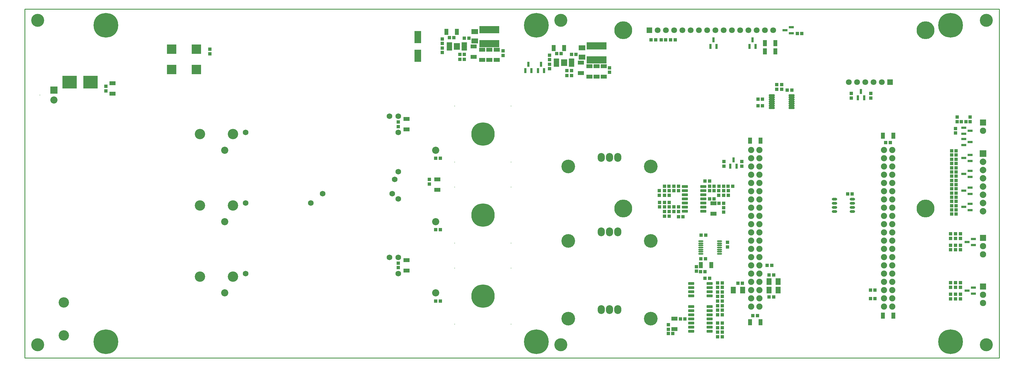
<source format=gts>
G04 Layer_Color=8388736*
%FSLAX43Y43*%
%MOMM*%
G71*
G01*
G75*
%ADD36C,0.254*%
%ADD77R,2.903X2.903*%
%ADD78O,1.550X0.500*%
%ADD79R,6.203X2.203*%
%ADD80R,0.803X1.553*%
%ADD81O,1.653X0.853*%
%ADD82R,2.003X1.543*%
%ADD83R,1.003X1.103*%
G04:AMPARAMS|DCode=84|XSize=0.653mm|YSize=1.803mm|CornerRadius=0.151mm|HoleSize=0mm|Usage=FLASHONLY|Rotation=90.000|XOffset=0mm|YOffset=0mm|HoleType=Round|Shape=RoundedRectangle|*
%AMROUNDEDRECTD84*
21,1,0.653,1.501,0,0,90.0*
21,1,0.351,1.803,0,0,90.0*
1,1,0.302,0.750,0.175*
1,1,0.302,0.750,-0.175*
1,1,0.302,-0.750,-0.175*
1,1,0.302,-0.750,0.175*
%
%ADD84ROUNDEDRECTD84*%
%ADD85R,4.443X4.013*%
%ADD86R,2.003X3.753*%
%ADD87C,4.000*%
G04:AMPARAMS|DCode=88|XSize=0.853mm|YSize=1.853mm|CornerRadius=0.15mm|HoleSize=0mm|Usage=FLASHONLY|Rotation=90.000|XOffset=0mm|YOffset=0mm|HoleType=Round|Shape=RoundedRectangle|*
%AMROUNDEDRECTD88*
21,1,0.853,1.552,0,0,90.0*
21,1,0.552,1.853,0,0,90.0*
1,1,0.301,0.776,0.276*
1,1,0.301,0.776,-0.276*
1,1,0.301,-0.776,-0.276*
1,1,0.301,-0.776,0.276*
%
%ADD88ROUNDEDRECTD88*%
%ADD89R,1.903X1.203*%
%ADD90R,1.103X1.003*%
G04:AMPARAMS|DCode=91|XSize=0.503mm|YSize=1.753mm|CornerRadius=0.151mm|HoleSize=0mm|Usage=FLASHONLY|Rotation=90.000|XOffset=0mm|YOffset=0mm|HoleType=Round|Shape=RoundedRectangle|*
%AMROUNDEDRECTD91*
21,1,0.503,1.451,0,0,90.0*
21,1,0.201,1.753,0,0,90.0*
1,1,0.302,0.726,0.101*
1,1,0.302,0.726,-0.101*
1,1,0.302,-0.726,-0.101*
1,1,0.302,-0.726,0.101*
%
%ADD91ROUNDEDRECTD91*%
G04:AMPARAMS|DCode=92|XSize=1.933mm|YSize=2.103mm|CornerRadius=0.153mm|HoleSize=0mm|Usage=FLASHONLY|Rotation=0.000|XOffset=0mm|YOffset=0mm|HoleType=Round|Shape=RoundedRectangle|*
%AMROUNDEDRECTD92*
21,1,1.933,1.796,0,0,0.0*
21,1,1.626,2.103,0,0,0.0*
1,1,0.307,0.813,-0.898*
1,1,0.307,-0.813,-0.898*
1,1,0.307,-0.813,0.898*
1,1,0.307,0.813,0.898*
%
%ADD92ROUNDEDRECTD92*%
%ADD93R,1.553X0.803*%
%ADD94R,1.543X2.003*%
%ADD95R,1.203X1.903*%
%ADD96O,2.203X2.703*%
%ADD97C,0.203*%
%ADD98C,7.203*%
%ADD99C,1.727*%
%ADD100C,2.203*%
%ADD101C,3.203*%
%ADD102C,1.803*%
%ADD103R,1.803X1.803*%
%ADD104C,7.603*%
%ADD105C,5.503*%
%ADD106C,1.903*%
%ADD107R,1.953X1.953*%
%ADD108C,1.953*%
%ADD109C,4.203*%
%ADD110R,0.203X0.203*%
%ADD111R,2.203X2.203*%
%ADD112C,2.003*%
%ADD113R,2.003X2.003*%
%ADD114C,0.803*%
D36*
X0Y0D02*
X300000D01*
Y107500D01*
X0D02*
X300000D01*
X0Y0D02*
Y107500D01*
D77*
X45190Y95110D02*
D03*
X52810D02*
D03*
Y88890D02*
D03*
X45190D02*
D03*
D78*
X208125Y35950D02*
D03*
Y35300D02*
D03*
Y34650D02*
D03*
Y34000D02*
D03*
Y33350D02*
D03*
Y32700D02*
D03*
Y32050D02*
D03*
X213875Y35950D02*
D03*
Y35300D02*
D03*
Y34650D02*
D03*
Y34000D02*
D03*
Y33350D02*
D03*
Y32700D02*
D03*
Y32050D02*
D03*
D79*
X176000Y96150D02*
D03*
Y91850D02*
D03*
X143000Y101150D02*
D03*
Y96850D02*
D03*
D80*
X157950Y88525D02*
D03*
X159850D02*
D03*
X158900Y90475D02*
D03*
X218130Y61045D02*
D03*
X219080Y59095D02*
D03*
X217180D02*
D03*
X224000Y97975D02*
D03*
X224950Y96025D02*
D03*
X223050D02*
D03*
X212000Y97975D02*
D03*
X212950Y96025D02*
D03*
X211050D02*
D03*
X257400Y82075D02*
D03*
X258350Y80125D02*
D03*
X256450D02*
D03*
X154050Y88525D02*
D03*
X155950D02*
D03*
X155000Y90475D02*
D03*
D81*
X249275Y48905D02*
D03*
Y47635D02*
D03*
Y46365D02*
D03*
Y45095D02*
D03*
X254725Y48905D02*
D03*
Y47635D02*
D03*
Y46365D02*
D03*
Y45095D02*
D03*
D82*
X171500Y95530D02*
D03*
Y92670D02*
D03*
X138500Y97670D02*
D03*
Y100530D02*
D03*
D83*
X260300Y18300D02*
D03*
X261700D02*
D03*
X289700Y72800D02*
D03*
X288300D02*
D03*
X227100Y77700D02*
D03*
X225700D02*
D03*
X227100Y79700D02*
D03*
X225700D02*
D03*
X239200Y100000D02*
D03*
X237800D02*
D03*
X210800Y54500D02*
D03*
X209400D02*
D03*
X201200Y43500D02*
D03*
X202600D02*
D03*
X209400Y24500D02*
D03*
X210800D02*
D03*
X198800Y98000D02*
D03*
X200200D02*
D03*
X197300D02*
D03*
X195900D02*
D03*
X286700Y52100D02*
D03*
X285300D02*
D03*
X286700Y50800D02*
D03*
X285300D02*
D03*
X286700Y46900D02*
D03*
X285300D02*
D03*
X286700Y45600D02*
D03*
X285300D02*
D03*
X133900Y93500D02*
D03*
X135300D02*
D03*
Y92000D02*
D03*
X133900D02*
D03*
X166900Y88500D02*
D03*
X168300D02*
D03*
Y87000D02*
D03*
X166900D02*
D03*
X127900Y61500D02*
D03*
X126500D02*
D03*
X212200Y51500D02*
D03*
X210800D02*
D03*
Y52900D02*
D03*
X212200D02*
D03*
X217900D02*
D03*
X216500D02*
D03*
X127900Y39500D02*
D03*
X126500D02*
D03*
X199800Y51500D02*
D03*
X201200D02*
D03*
Y52900D02*
D03*
X199800D02*
D03*
X127900Y17500D02*
D03*
X126500D02*
D03*
X199800Y46500D02*
D03*
X201200D02*
D03*
Y45100D02*
D03*
X199800D02*
D03*
X214700Y9300D02*
D03*
X213300D02*
D03*
X213300Y6500D02*
D03*
X214700D02*
D03*
X214700Y20300D02*
D03*
X213300D02*
D03*
Y23100D02*
D03*
X214700D02*
D03*
X214700Y14700D02*
D03*
X213300D02*
D03*
Y17500D02*
D03*
X214700D02*
D03*
X213700Y47600D02*
D03*
X215100D02*
D03*
X199500Y7500D02*
D03*
X198100D02*
D03*
X234700Y82500D02*
D03*
X236100D02*
D03*
X194200Y98000D02*
D03*
X192800D02*
D03*
X130700Y98700D02*
D03*
X132100D02*
D03*
X136700Y98500D02*
D03*
X135300D02*
D03*
X165100Y93800D02*
D03*
X163700D02*
D03*
X169700Y93500D02*
D03*
X168300D02*
D03*
X253300Y50500D02*
D03*
X254700D02*
D03*
X266430Y66370D02*
D03*
X265030D02*
D03*
X224130Y12970D02*
D03*
X225530D02*
D03*
X212200Y49000D02*
D03*
X210800D02*
D03*
X209500Y30500D02*
D03*
X208100D02*
D03*
X209400Y26600D02*
D03*
X208000D02*
D03*
X213700Y52900D02*
D03*
X215100D02*
D03*
X198300D02*
D03*
X196900D02*
D03*
X209600Y37800D02*
D03*
X208200D02*
D03*
X201800Y12000D02*
D03*
X203200D02*
D03*
X214700Y10700D02*
D03*
X213300D02*
D03*
Y7900D02*
D03*
X214700D02*
D03*
X214700Y18900D02*
D03*
X213300D02*
D03*
Y21700D02*
D03*
X214700D02*
D03*
X214700Y13300D02*
D03*
X213300D02*
D03*
Y16100D02*
D03*
X214700D02*
D03*
X285300Y56000D02*
D03*
X286700D02*
D03*
X285300Y57300D02*
D03*
X286700D02*
D03*
X285300Y61200D02*
D03*
X286700D02*
D03*
X285300Y62500D02*
D03*
X286700D02*
D03*
Y63800D02*
D03*
X285300D02*
D03*
X286700Y59900D02*
D03*
X285300D02*
D03*
X286700Y58600D02*
D03*
X285300D02*
D03*
X286700Y54700D02*
D03*
X285300D02*
D03*
X286700Y53400D02*
D03*
X285300D02*
D03*
X286700Y49500D02*
D03*
X285300D02*
D03*
X286700Y48200D02*
D03*
X285300D02*
D03*
X286700Y44300D02*
D03*
X285300D02*
D03*
X229100Y18800D02*
D03*
X230500D02*
D03*
X220900Y23000D02*
D03*
X219500D02*
D03*
X229100Y25500D02*
D03*
X230500D02*
D03*
X260300Y20900D02*
D03*
X261700D02*
D03*
X229900Y28500D02*
D03*
X228500D02*
D03*
D84*
X236050Y77050D02*
D03*
Y77700D02*
D03*
Y78350D02*
D03*
Y79000D02*
D03*
Y79650D02*
D03*
Y80300D02*
D03*
Y80950D02*
D03*
X229950Y77050D02*
D03*
Y77700D02*
D03*
Y78350D02*
D03*
Y79000D02*
D03*
Y79650D02*
D03*
Y80300D02*
D03*
Y80950D02*
D03*
D85*
X13815Y85000D02*
D03*
X20185D02*
D03*
D86*
X121000Y98875D02*
D03*
Y93125D02*
D03*
D87*
X4000Y4000D02*
D03*
X296000D02*
D03*
Y104000D02*
D03*
X4000D02*
D03*
X165000Y4000D02*
D03*
Y104000D02*
D03*
D88*
X205175Y15810D02*
D03*
Y14540D02*
D03*
Y13270D02*
D03*
Y12000D02*
D03*
Y10730D02*
D03*
Y9460D02*
D03*
Y8190D02*
D03*
X210825Y15810D02*
D03*
Y14540D02*
D03*
Y13270D02*
D03*
Y12000D02*
D03*
Y10730D02*
D03*
Y9460D02*
D03*
Y8190D02*
D03*
X205175Y22905D02*
D03*
Y21635D02*
D03*
Y20365D02*
D03*
Y19095D02*
D03*
X210825Y22905D02*
D03*
Y21635D02*
D03*
Y20365D02*
D03*
Y19095D02*
D03*
X208825Y45190D02*
D03*
Y46460D02*
D03*
Y47730D02*
D03*
Y49000D02*
D03*
Y50270D02*
D03*
Y51540D02*
D03*
Y52810D02*
D03*
X203175Y45190D02*
D03*
Y46460D02*
D03*
Y47730D02*
D03*
Y49000D02*
D03*
Y50270D02*
D03*
Y51540D02*
D03*
Y52810D02*
D03*
D89*
X200000Y8900D02*
D03*
Y12100D02*
D03*
X171200Y91000D02*
D03*
Y87800D02*
D03*
X145300Y95000D02*
D03*
Y91800D02*
D03*
X138200Y96000D02*
D03*
Y92800D02*
D03*
X143000Y95000D02*
D03*
Y91800D02*
D03*
X140800Y95000D02*
D03*
Y91800D02*
D03*
X178200Y89900D02*
D03*
Y86700D02*
D03*
X176000Y89900D02*
D03*
Y86700D02*
D03*
X173800Y89900D02*
D03*
Y86700D02*
D03*
X27000Y84600D02*
D03*
Y81400D02*
D03*
X212000Y47600D02*
D03*
Y44400D02*
D03*
X117500Y70400D02*
D03*
Y73600D02*
D03*
X127000Y55000D02*
D03*
Y51800D02*
D03*
X117500Y26900D02*
D03*
Y30100D02*
D03*
D90*
X287000Y72800D02*
D03*
Y74200D02*
D03*
X233000Y82800D02*
D03*
Y84200D02*
D03*
X231500Y82800D02*
D03*
Y84200D02*
D03*
X285000Y18200D02*
D03*
Y19600D02*
D03*
Y21740D02*
D03*
Y23140D02*
D03*
X286500Y19600D02*
D03*
Y18200D02*
D03*
Y21740D02*
D03*
Y23140D02*
D03*
X288000Y18200D02*
D03*
Y19600D02*
D03*
Y23140D02*
D03*
Y21740D02*
D03*
Y33300D02*
D03*
Y34700D02*
D03*
Y38200D02*
D03*
Y36800D02*
D03*
X216600Y50100D02*
D03*
Y51500D02*
D03*
X195400Y47900D02*
D03*
Y46500D02*
D03*
X254400Y81500D02*
D03*
Y80100D02*
D03*
X260400Y81500D02*
D03*
Y80100D02*
D03*
X128500Y98300D02*
D03*
Y96900D02*
D03*
X161500Y93300D02*
D03*
Y91900D02*
D03*
X215100Y51500D02*
D03*
Y50100D02*
D03*
X196900Y51500D02*
D03*
Y50100D02*
D03*
X195300D02*
D03*
Y51500D02*
D03*
X196900Y46500D02*
D03*
Y47900D02*
D03*
Y43700D02*
D03*
Y45100D02*
D03*
X206700Y28100D02*
D03*
Y26700D02*
D03*
X128500Y95500D02*
D03*
Y94100D02*
D03*
X147200Y94600D02*
D03*
Y93200D02*
D03*
X161500Y89100D02*
D03*
Y90500D02*
D03*
X180000Y88000D02*
D03*
Y89400D02*
D03*
X57000Y93700D02*
D03*
Y95100D02*
D03*
X25000Y82300D02*
D03*
Y83700D02*
D03*
X220730Y60470D02*
D03*
Y59070D02*
D03*
X215230Y60470D02*
D03*
Y59070D02*
D03*
X215100Y44900D02*
D03*
Y46300D02*
D03*
X115000Y72700D02*
D03*
Y71300D02*
D03*
X213600Y51500D02*
D03*
Y50100D02*
D03*
X124500Y53600D02*
D03*
Y55000D02*
D03*
X198400Y51500D02*
D03*
Y50100D02*
D03*
X115000Y29200D02*
D03*
Y27800D02*
D03*
X198400Y46500D02*
D03*
Y47900D02*
D03*
Y43700D02*
D03*
Y45100D02*
D03*
X198100Y10200D02*
D03*
Y8800D02*
D03*
X291000Y72800D02*
D03*
Y74200D02*
D03*
X286500Y38200D02*
D03*
Y36800D02*
D03*
Y33300D02*
D03*
Y34700D02*
D03*
X285000Y38200D02*
D03*
Y36800D02*
D03*
Y34700D02*
D03*
Y33300D02*
D03*
X286500Y70700D02*
D03*
Y69300D02*
D03*
X216300Y35600D02*
D03*
Y34200D02*
D03*
D91*
X168325Y92000D02*
D03*
X163675D02*
D03*
Y91500D02*
D03*
Y91000D02*
D03*
Y90500D02*
D03*
Y90000D02*
D03*
X168325Y91500D02*
D03*
Y91000D02*
D03*
Y90500D02*
D03*
Y90000D02*
D03*
X135325Y95000D02*
D03*
Y95500D02*
D03*
Y96000D02*
D03*
Y96500D02*
D03*
X130675Y95000D02*
D03*
Y95500D02*
D03*
Y96000D02*
D03*
Y96500D02*
D03*
Y97000D02*
D03*
X135325D02*
D03*
D92*
X166000Y91000D02*
D03*
X133000Y96000D02*
D03*
D93*
X234025Y101000D02*
D03*
X235975Y101950D02*
D03*
Y100050D02*
D03*
X290025Y20700D02*
D03*
X291975Y21650D02*
D03*
Y19750D02*
D03*
X289025Y61600D02*
D03*
X290975Y62550D02*
D03*
Y60650D02*
D03*
X289025Y56700D02*
D03*
X290975Y57650D02*
D03*
Y55750D02*
D03*
X289025Y51500D02*
D03*
X290975Y52450D02*
D03*
Y50550D02*
D03*
X289025Y46500D02*
D03*
X290975Y47450D02*
D03*
Y45550D02*
D03*
X291975Y34750D02*
D03*
Y36650D02*
D03*
X290025Y35700D02*
D03*
X289025Y70950D02*
D03*
Y69050D02*
D03*
X290975Y70000D02*
D03*
X289025Y67450D02*
D03*
Y65550D02*
D03*
X290975Y66500D02*
D03*
D94*
X229070Y23500D02*
D03*
X231930D02*
D03*
X218070Y20900D02*
D03*
X220930D02*
D03*
X229070D02*
D03*
X231930D02*
D03*
D95*
X231000Y97000D02*
D03*
X227800D02*
D03*
X231000Y94500D02*
D03*
X227800D02*
D03*
X129800Y100500D02*
D03*
X133000D02*
D03*
X162800Y95500D02*
D03*
X166000D02*
D03*
X223230Y66970D02*
D03*
X226430D02*
D03*
X267330Y12970D02*
D03*
X264130D02*
D03*
Y68470D02*
D03*
X267330D02*
D03*
X226430Y10970D02*
D03*
X223230D02*
D03*
X208100Y28600D02*
D03*
X211300D02*
D03*
D96*
X182550Y14900D02*
D03*
X180000D02*
D03*
X177450D02*
D03*
X182550Y61800D02*
D03*
X180000D02*
D03*
X177450D02*
D03*
Y38800D02*
D03*
X180000D02*
D03*
X182550D02*
D03*
D97*
X132350Y52650D02*
D03*
X149650Y35350D02*
D03*
Y52650D02*
D03*
X132350Y35350D02*
D03*
Y10350D02*
D03*
X149650Y27650D02*
D03*
Y10350D02*
D03*
X132350Y27650D02*
D03*
Y60350D02*
D03*
X149650Y77650D02*
D03*
Y60350D02*
D03*
X132350Y77650D02*
D03*
D98*
X141000Y44000D02*
D03*
Y19000D02*
D03*
Y69000D02*
D03*
D99*
X68000Y26000D02*
D03*
X115000Y31000D02*
D03*
Y26000D02*
D03*
X112250Y31000D02*
D03*
X91680Y50570D02*
D03*
X115000Y57380D02*
D03*
X113120Y50570D02*
D03*
X113880Y54970D02*
D03*
X115000Y49000D02*
D03*
X68000Y47700D02*
D03*
X88000D02*
D03*
X112250Y74500D02*
D03*
X115000Y69500D02*
D03*
Y74500D02*
D03*
X68000Y69500D02*
D03*
D100*
X61500Y20000D02*
D03*
X126500D02*
D03*
X9000Y79500D02*
D03*
X61500Y64000D02*
D03*
X126500D02*
D03*
X61500Y42000D02*
D03*
X126500D02*
D03*
D101*
X53920Y25000D02*
D03*
X64080D02*
D03*
X12000Y6920D02*
D03*
Y17080D02*
D03*
X53920Y69000D02*
D03*
X64080D02*
D03*
X53920Y47000D02*
D03*
X64080D02*
D03*
D102*
X253650Y85000D02*
D03*
X258730D02*
D03*
X263810D02*
D03*
X261270D02*
D03*
X256190D02*
D03*
X227810Y101000D02*
D03*
X222730D02*
D03*
X215110D02*
D03*
X210030D02*
D03*
X204950D02*
D03*
X199870D02*
D03*
X194790D02*
D03*
X197330D02*
D03*
X202410D02*
D03*
X207490D02*
D03*
X212570D02*
D03*
X217650D02*
D03*
X220190D02*
D03*
X225270D02*
D03*
X230350D02*
D03*
D103*
X266350Y85000D02*
D03*
X192250Y101000D02*
D03*
D104*
X25000Y5000D02*
D03*
Y102500D02*
D03*
X157500D02*
D03*
X285000D02*
D03*
Y5000D02*
D03*
X157500Y5000D02*
D03*
D105*
X184250Y46000D02*
D03*
Y101000D02*
D03*
X277250D02*
D03*
X277270Y46000D02*
D03*
D106*
X223560Y64100D02*
D03*
Y61560D02*
D03*
Y59020D02*
D03*
Y56480D02*
D03*
Y53940D02*
D03*
Y51400D02*
D03*
Y48860D02*
D03*
Y46320D02*
D03*
Y43780D02*
D03*
Y41240D02*
D03*
Y38700D02*
D03*
Y36160D02*
D03*
Y33620D02*
D03*
Y31080D02*
D03*
Y28540D02*
D03*
Y26000D02*
D03*
Y23460D02*
D03*
Y20920D02*
D03*
Y18380D02*
D03*
Y15840D02*
D03*
X226100Y64100D02*
D03*
Y61560D02*
D03*
Y59020D02*
D03*
Y56480D02*
D03*
Y53940D02*
D03*
Y51400D02*
D03*
Y48860D02*
D03*
Y46320D02*
D03*
Y43780D02*
D03*
Y41240D02*
D03*
Y38700D02*
D03*
Y36160D02*
D03*
Y33620D02*
D03*
Y31080D02*
D03*
Y28540D02*
D03*
Y26000D02*
D03*
Y23460D02*
D03*
Y20920D02*
D03*
Y18380D02*
D03*
Y15840D02*
D03*
X267000D02*
D03*
Y18380D02*
D03*
Y20920D02*
D03*
Y23460D02*
D03*
Y26000D02*
D03*
Y28540D02*
D03*
Y31080D02*
D03*
Y33620D02*
D03*
Y36160D02*
D03*
Y38700D02*
D03*
Y41240D02*
D03*
Y43780D02*
D03*
Y46320D02*
D03*
Y48860D02*
D03*
Y51400D02*
D03*
Y53940D02*
D03*
Y56480D02*
D03*
Y59020D02*
D03*
Y61560D02*
D03*
Y64100D02*
D03*
X264460Y15840D02*
D03*
Y18380D02*
D03*
Y20920D02*
D03*
Y23460D02*
D03*
Y26000D02*
D03*
Y28540D02*
D03*
Y31080D02*
D03*
Y33620D02*
D03*
Y36160D02*
D03*
Y38700D02*
D03*
Y41240D02*
D03*
Y43780D02*
D03*
Y46320D02*
D03*
Y48860D02*
D03*
Y51400D02*
D03*
Y53940D02*
D03*
Y56480D02*
D03*
Y59020D02*
D03*
Y61560D02*
D03*
Y64100D02*
D03*
D107*
X295000Y37000D02*
D03*
Y72500D02*
D03*
Y22000D02*
D03*
D108*
Y34460D02*
D03*
Y31920D02*
D03*
Y69960D02*
D03*
Y16920D02*
D03*
Y19460D02*
D03*
D109*
X167300Y59000D02*
D03*
X192700D02*
D03*
X167300Y12100D02*
D03*
X192700D02*
D03*
X167300Y36000D02*
D03*
X192700D02*
D03*
D110*
X4680Y81000D02*
D03*
D111*
X9000Y82500D02*
D03*
D112*
X295000Y45220D02*
D03*
Y47760D02*
D03*
Y50300D02*
D03*
Y52840D02*
D03*
Y55380D02*
D03*
Y57920D02*
D03*
Y60460D02*
D03*
D113*
Y63000D02*
D03*
D114*
X166500Y90500D02*
D03*
X165500D02*
D03*
X166500Y91500D02*
D03*
X165500D02*
D03*
X132500Y96500D02*
D03*
X133500D02*
D03*
X132500Y95500D02*
D03*
X133500D02*
D03*
M02*

</source>
